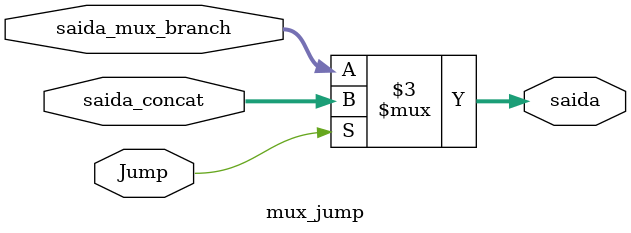
<source format=v>
module mux_jump(saida_mux_branch, saida_concat, Jump, saida);
input [31:0] saida_mux_branch, saida_concat;
input Jump;
output reg [31:0] saida;

always @(Jump)
	begin
		if(Jump)
			begin
				saida = saida_concat;
			end
		else
			begin
				saida = saida_mux_branch;
			end
	end

endmodule

</source>
